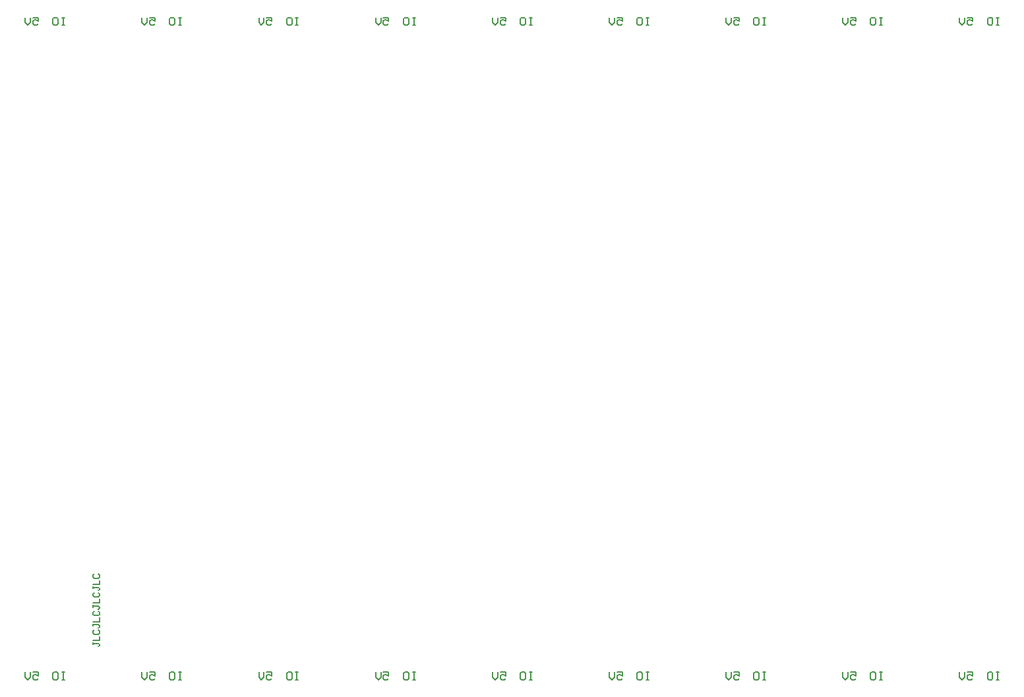
<source format=gbo>
G04*
G04 #@! TF.GenerationSoftware,Altium Limited,Altium Designer,21.7.2 (23)*
G04*
G04 Layer_Color=32896*
%FSLAX44Y44*%
%MOMM*%
G71*
G04*
G04 #@! TF.SameCoordinates,347EBB59-7EAA-41E4-9BFB-609F0E12C0C3*
G04*
G04*
G04 #@! TF.FilePolarity,Positive*
G04*
G01*
G75*
%ADD22C,0.2000*%
%ADD32C,0.1500*%
D22*
X100000Y905997D02*
X96668D01*
X98334D01*
Y896000D01*
X100000D01*
X96668D01*
X86671Y905997D02*
X90003D01*
X91669Y904331D01*
Y897666D01*
X90003Y896000D01*
X86671D01*
X85005Y897666D01*
Y904331D01*
X86671Y905997D01*
X59335D02*
X66000D01*
Y900998D01*
X62668Y902664D01*
X61002D01*
X59335Y900998D01*
Y897666D01*
X61002Y896000D01*
X64334D01*
X66000Y897666D01*
X56003Y905997D02*
Y899332D01*
X52671Y896000D01*
X49339Y899332D01*
Y905997D01*
X100000Y64997D02*
X96668D01*
X98334D01*
Y55000D01*
X100000D01*
X96668D01*
X86671Y64997D02*
X90003D01*
X91669Y63331D01*
Y56666D01*
X90003Y55000D01*
X86671D01*
X85005Y56666D01*
Y63331D01*
X86671Y64997D01*
X59335D02*
X66000D01*
Y59998D01*
X62668Y61665D01*
X61002D01*
X59335Y59998D01*
Y56666D01*
X61002Y55000D01*
X64334D01*
X66000Y56666D01*
X56003Y64997D02*
Y58332D01*
X52671Y55000D01*
X49339Y58332D01*
Y64997D01*
X250000Y905997D02*
X246668D01*
X248334D01*
Y896000D01*
X250000D01*
X246668D01*
X236671Y905997D02*
X240003D01*
X241669Y904331D01*
Y897666D01*
X240003Y896000D01*
X236671D01*
X235005Y897666D01*
Y904331D01*
X236671Y905997D01*
X209335D02*
X216000D01*
Y900998D01*
X212668Y902664D01*
X211002D01*
X209335Y900998D01*
Y897666D01*
X211002Y896000D01*
X214334D01*
X216000Y897666D01*
X206003Y905997D02*
Y899332D01*
X202671Y896000D01*
X199339Y899332D01*
Y905997D01*
X250000Y64997D02*
X246668D01*
X248334D01*
Y55000D01*
X250000D01*
X246668D01*
X236671Y64997D02*
X240003D01*
X241669Y63331D01*
Y56666D01*
X240003Y55000D01*
X236671D01*
X235005Y56666D01*
Y63331D01*
X236671Y64997D01*
X209335D02*
X216000D01*
Y59998D01*
X212668Y61665D01*
X211002D01*
X209335Y59998D01*
Y56666D01*
X211002Y55000D01*
X214334D01*
X216000Y56666D01*
X206003Y64997D02*
Y58332D01*
X202671Y55000D01*
X199339Y58332D01*
Y64997D01*
X400000Y905997D02*
X396668D01*
X398334D01*
Y896000D01*
X400000D01*
X396668D01*
X386671Y905997D02*
X390003D01*
X391669Y904331D01*
Y897666D01*
X390003Y896000D01*
X386671D01*
X385005Y897666D01*
Y904331D01*
X386671Y905997D01*
X359336D02*
X366000D01*
Y900998D01*
X362668Y902664D01*
X361002D01*
X359336Y900998D01*
Y897666D01*
X361002Y896000D01*
X364334D01*
X366000Y897666D01*
X356003Y905997D02*
Y899332D01*
X352671Y896000D01*
X349339Y899332D01*
Y905997D01*
X400000Y64997D02*
X396668D01*
X398334D01*
Y55000D01*
X400000D01*
X396668D01*
X386671Y64997D02*
X390003D01*
X391669Y63331D01*
Y56666D01*
X390003Y55000D01*
X386671D01*
X385005Y56666D01*
Y63331D01*
X386671Y64997D01*
X359336D02*
X366000D01*
Y59998D01*
X362668Y61665D01*
X361002D01*
X359336Y59998D01*
Y56666D01*
X361002Y55000D01*
X364334D01*
X366000Y56666D01*
X356003Y64997D02*
Y58332D01*
X352671Y55000D01*
X349339Y58332D01*
Y64997D01*
X550000Y905997D02*
X546668D01*
X548334D01*
Y896000D01*
X550000D01*
X546668D01*
X536671Y905997D02*
X540003D01*
X541669Y904331D01*
Y897666D01*
X540003Y896000D01*
X536671D01*
X535005Y897666D01*
Y904331D01*
X536671Y905997D01*
X509336D02*
X516000D01*
Y900998D01*
X512668Y902664D01*
X511002D01*
X509336Y900998D01*
Y897666D01*
X511002Y896000D01*
X514334D01*
X516000Y897666D01*
X506003Y905997D02*
Y899332D01*
X502671Y896000D01*
X499339Y899332D01*
Y905997D01*
X550000Y64997D02*
X546668D01*
X548334D01*
Y55000D01*
X550000D01*
X546668D01*
X536671Y64997D02*
X540003D01*
X541669Y63331D01*
Y56666D01*
X540003Y55000D01*
X536671D01*
X535005Y56666D01*
Y63331D01*
X536671Y64997D01*
X509336D02*
X516000D01*
Y59998D01*
X512668Y61665D01*
X511002D01*
X509336Y59998D01*
Y56666D01*
X511002Y55000D01*
X514334D01*
X516000Y56666D01*
X506003Y64997D02*
Y58332D01*
X502671Y55000D01*
X499339Y58332D01*
Y64997D01*
X700000Y905997D02*
X696668D01*
X698334D01*
Y896000D01*
X700000D01*
X696668D01*
X686671Y905997D02*
X690003D01*
X691669Y904331D01*
Y897666D01*
X690003Y896000D01*
X686671D01*
X685005Y897666D01*
Y904331D01*
X686671Y905997D01*
X659335D02*
X666000D01*
Y900998D01*
X662668Y902664D01*
X661002D01*
X659335Y900998D01*
Y897666D01*
X661002Y896000D01*
X664334D01*
X666000Y897666D01*
X656003Y905997D02*
Y899332D01*
X652671Y896000D01*
X649339Y899332D01*
Y905997D01*
X700000Y64997D02*
X696668D01*
X698334D01*
Y55000D01*
X700000D01*
X696668D01*
X686671Y64997D02*
X690003D01*
X691669Y63331D01*
Y56666D01*
X690003Y55000D01*
X686671D01*
X685005Y56666D01*
Y63331D01*
X686671Y64997D01*
X659335D02*
X666000D01*
Y59998D01*
X662668Y61665D01*
X661002D01*
X659335Y59998D01*
Y56666D01*
X661002Y55000D01*
X664334D01*
X666000Y56666D01*
X656003Y64997D02*
Y58332D01*
X652671Y55000D01*
X649339Y58332D01*
Y64997D01*
X850000Y905997D02*
X846668D01*
X848334D01*
Y896000D01*
X850000D01*
X846668D01*
X836671Y905997D02*
X840003D01*
X841669Y904331D01*
Y897666D01*
X840003Y896000D01*
X836671D01*
X835005Y897666D01*
Y904331D01*
X836671Y905997D01*
X809335D02*
X816000D01*
Y900998D01*
X812668Y902664D01*
X811002D01*
X809335Y900998D01*
Y897666D01*
X811002Y896000D01*
X814334D01*
X816000Y897666D01*
X806003Y905997D02*
Y899332D01*
X802671Y896000D01*
X799339Y899332D01*
Y905997D01*
X850000Y64997D02*
X846668D01*
X848334D01*
Y55000D01*
X850000D01*
X846668D01*
X836671Y64997D02*
X840003D01*
X841669Y63331D01*
Y56666D01*
X840003Y55000D01*
X836671D01*
X835005Y56666D01*
Y63331D01*
X836671Y64997D01*
X809335D02*
X816000D01*
Y59998D01*
X812668Y61665D01*
X811002D01*
X809335Y59998D01*
Y56666D01*
X811002Y55000D01*
X814334D01*
X816000Y56666D01*
X806003Y64997D02*
Y58332D01*
X802671Y55000D01*
X799339Y58332D01*
Y64997D01*
X1000000Y905997D02*
X996668D01*
X998334D01*
Y896000D01*
X1000000D01*
X996668D01*
X986671Y905997D02*
X990003D01*
X991669Y904331D01*
Y897666D01*
X990003Y896000D01*
X986671D01*
X985005Y897666D01*
Y904331D01*
X986671Y905997D01*
X959335D02*
X966000D01*
Y900998D01*
X962668Y902664D01*
X961002D01*
X959335Y900998D01*
Y897666D01*
X961002Y896000D01*
X964334D01*
X966000Y897666D01*
X956003Y905997D02*
Y899332D01*
X952671Y896000D01*
X949339Y899332D01*
Y905997D01*
X1000000Y64997D02*
X996668D01*
X998334D01*
Y55000D01*
X1000000D01*
X996668D01*
X986671Y64997D02*
X990003D01*
X991669Y63331D01*
Y56666D01*
X990003Y55000D01*
X986671D01*
X985005Y56666D01*
Y63331D01*
X986671Y64997D01*
X959335D02*
X966000D01*
Y59998D01*
X962668Y61665D01*
X961002D01*
X959335Y59998D01*
Y56666D01*
X961002Y55000D01*
X964334D01*
X966000Y56666D01*
X956003Y64997D02*
Y58332D01*
X952671Y55000D01*
X949339Y58332D01*
Y64997D01*
X1150000Y905997D02*
X1146668D01*
X1148334D01*
Y896000D01*
X1150000D01*
X1146668D01*
X1136671Y905997D02*
X1140003D01*
X1141669Y904331D01*
Y897666D01*
X1140003Y896000D01*
X1136671D01*
X1135005Y897666D01*
Y904331D01*
X1136671Y905997D01*
X1109335D02*
X1116000D01*
Y900998D01*
X1112668Y902664D01*
X1111002D01*
X1109335Y900998D01*
Y897666D01*
X1111002Y896000D01*
X1114334D01*
X1116000Y897666D01*
X1106003Y905997D02*
Y899332D01*
X1102671Y896000D01*
X1099339Y899332D01*
Y905997D01*
X1150000Y64997D02*
X1146668D01*
X1148334D01*
Y55000D01*
X1150000D01*
X1146668D01*
X1136671Y64997D02*
X1140003D01*
X1141669Y63331D01*
Y56666D01*
X1140003Y55000D01*
X1136671D01*
X1135005Y56666D01*
Y63331D01*
X1136671Y64997D01*
X1109335D02*
X1116000D01*
Y59998D01*
X1112668Y61665D01*
X1111002D01*
X1109335Y59998D01*
Y56666D01*
X1111002Y55000D01*
X1114334D01*
X1116000Y56666D01*
X1106003Y64997D02*
Y58332D01*
X1102671Y55000D01*
X1099339Y58332D01*
Y64997D01*
X1300000Y905997D02*
X1296668D01*
X1298334D01*
Y896000D01*
X1300000D01*
X1296668D01*
X1286671Y905997D02*
X1290003D01*
X1291669Y904331D01*
Y897666D01*
X1290003Y896000D01*
X1286671D01*
X1285005Y897666D01*
Y904331D01*
X1286671Y905997D01*
X1259335D02*
X1266000D01*
Y900998D01*
X1262668Y902664D01*
X1261002D01*
X1259335Y900998D01*
Y897666D01*
X1261002Y896000D01*
X1264334D01*
X1266000Y897666D01*
X1256003Y905997D02*
Y899332D01*
X1252671Y896000D01*
X1249339Y899332D01*
Y905997D01*
X1300000Y64997D02*
X1296668D01*
X1298334D01*
Y55000D01*
X1300000D01*
X1296668D01*
X1286671Y64997D02*
X1290003D01*
X1291669Y63331D01*
Y56666D01*
X1290003Y55000D01*
X1286671D01*
X1285005Y56666D01*
Y63331D01*
X1286671Y64997D01*
X1259335D02*
X1266000D01*
Y59998D01*
X1262668Y61665D01*
X1261002D01*
X1259335Y59998D01*
Y56666D01*
X1261002Y55000D01*
X1264334D01*
X1266000Y56666D01*
X1256003Y64997D02*
Y58332D01*
X1252671Y55000D01*
X1249339Y58332D01*
Y64997D01*
D32*
X136503Y102832D02*
Y100166D01*
Y101499D01*
X143167D01*
X144500Y100166D01*
Y98833D01*
X143167Y97500D01*
X136503Y105497D02*
X144500D01*
Y110829D01*
X137836Y118826D02*
X136503Y117493D01*
Y114828D01*
X137836Y113495D01*
X143167D01*
X144500Y114828D01*
Y117493D01*
X143167Y118826D01*
X136503Y126824D02*
Y124158D01*
Y125491D01*
X143167D01*
X144500Y124158D01*
Y122825D01*
X143167Y121492D01*
X136503Y129490D02*
X144500D01*
Y134821D01*
X137836Y142819D02*
X136503Y141486D01*
Y138820D01*
X137836Y137487D01*
X143167D01*
X144500Y138820D01*
Y141486D01*
X143167Y142819D01*
X136503Y150816D02*
Y148150D01*
Y149483D01*
X143167D01*
X144500Y148150D01*
Y146817D01*
X143167Y145485D01*
X136503Y153482D02*
X144500D01*
Y158813D01*
X137836Y166811D02*
X136503Y165478D01*
Y162812D01*
X137836Y161479D01*
X143167D01*
X144500Y162812D01*
Y165478D01*
X143167Y166811D01*
X136503Y174808D02*
Y172143D01*
Y173475D01*
X143167D01*
X144500Y172143D01*
Y170810D01*
X143167Y169477D01*
X136503Y177474D02*
X144500D01*
Y182806D01*
X137836Y190803D02*
X136503Y189470D01*
Y186805D01*
X137836Y185472D01*
X143167D01*
X144500Y186805D01*
Y189470D01*
X143167Y190803D01*
M02*

</source>
